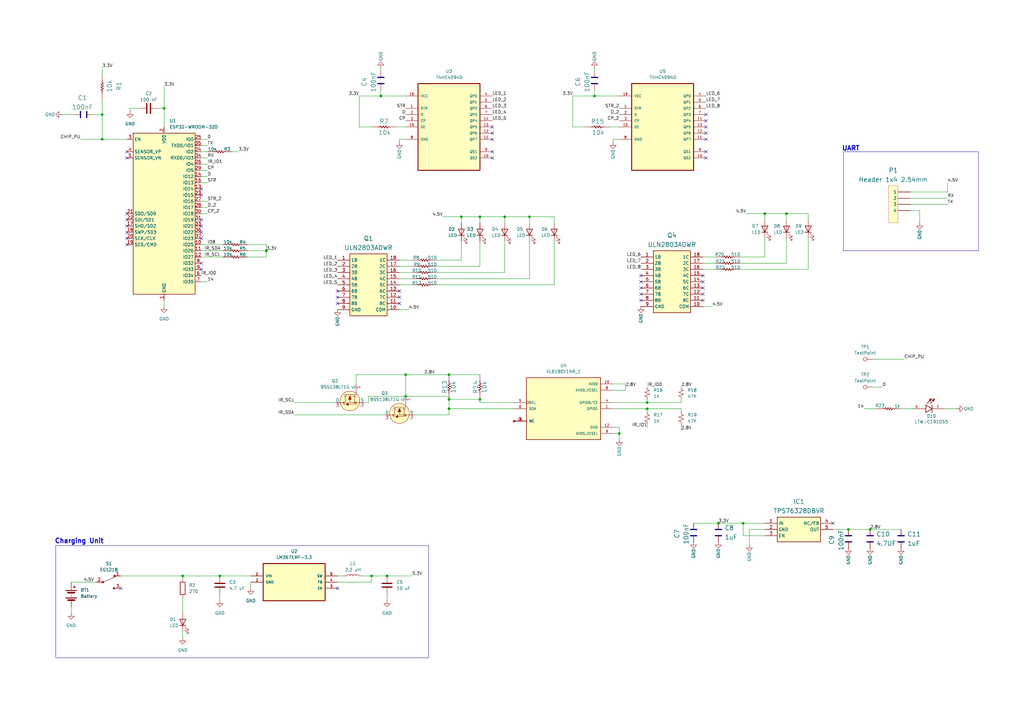
<source format=kicad_sch>
(kicad_sch (version 20231120) (generator "eeschema") (generator_version "8.0")
  (paper "A3")
  (junction (at 207.01 88.9))
  (junction (at 184.15 153.67))
  (junction (at 196.85 163.83))
  (junction (at 322.58 87.63))
  (junction (at 304.8 214.63))
  (junction (at 265.43 167.64))
  (junction (at 347.98 217.17))
  (junction (at 184.15 163.83))
  (junction (at 265.43 165.1))
  (junction (at 166.37 153.67))
  (junction (at 313.69 87.63))
  (junction (at 189.23 88.9))
  (junction (at 254 177.8))
  (junction (at 90.17 236.22))
  (junction (at 156.21 39.37))
  (junction (at 196.85 88.9))
  (junction (at 67.31 44.45))
  (junction (at 356.87 217.17))
  (junction (at 109.22 102.87))
  (junction (at 243.84 39.37))
  (junction (at 152.4 236.22))
  (junction (at 184.15 167.64))
  (junction (at 41.91 57.15))
  (junction (at 74.93 236.22))
  (junction (at 41.91 46.99))
  (junction (at 294.64 214.63))
  (junction (at 217.17 88.9))
  (junction (at 158.75 236.22))
  (junction (at 166.37 162.56))
  (no_connect (at 163.83 124.46))
  (no_connect (at 201.93 54.61))
  (no_connect (at 289.56 46.99))
  (no_connect (at 138.43 121.92))
  (no_connect (at 289.56 64.77))
  (no_connect (at 288.29 115.57))
  (no_connect (at 262.89 123.19))
  (no_connect (at 341.63 214.63))
  (no_connect (at 49.53 241.3))
  (no_connect (at 201.93 64.77))
  (no_connect (at 289.56 57.15))
  (no_connect (at 163.83 119.38))
  (no_connect (at 289.56 54.61))
  (no_connect (at 201.93 52.07))
  (no_connect (at 201.93 62.23))
  (no_connect (at 82.55 77.47))
  (no_connect (at 82.55 95.25))
  (no_connect (at 288.29 123.19))
  (no_connect (at 82.55 107.95))
  (no_connect (at 52.07 62.23))
  (no_connect (at 262.89 115.57))
  (no_connect (at 82.55 80.01))
  (no_connect (at 138.43 241.3))
  (no_connect (at 52.07 95.25))
  (no_connect (at 82.55 90.17))
  (no_connect (at 289.56 62.23))
  (no_connect (at 262.89 113.03))
  (no_connect (at 262.89 120.65))
  (no_connect (at 288.29 120.65))
  (no_connect (at 52.07 92.71))
  (no_connect (at 138.43 119.38))
  (no_connect (at 288.29 118.11))
  (no_connect (at 163.83 121.92))
  (no_connect (at 138.43 124.46))
  (no_connect (at 289.56 52.07))
  (no_connect (at 82.55 110.49))
  (no_connect (at 52.07 90.17))
  (no_connect (at 82.55 97.79))
  (no_connect (at 52.07 64.77))
  (no_connect (at 52.07 100.33))
  (no_connect (at 201.93 57.15))
  (no_connect (at 82.55 92.71))
  (no_connect (at 288.29 113.03))
  (no_connect (at 52.07 97.79))
  (no_connect (at 262.89 118.11))
  (no_connect (at 52.07 87.63))
  (no_connect (at 289.56 49.53))
  (wire (pts (xy 313.69 87.63) (xy 313.69 90.17)))
  (wire (pts (xy 147.32 39.37) (xy 156.21 39.37)))
  (wire (pts (xy 196.85 88.9) (xy 196.85 91.44)))
  (wire (pts (xy 288.29 105.41) (xy 293.37 105.41)))
  (wire (pts (xy 82.55 64.77) (xy 85.09 64.77)))
  (wire (pts (xy 217.17 99.06) (xy 217.17 114.3)))
  (wire (pts (xy 163.83 57.15) (xy 163.83 58.42)))
  (wire (pts (xy 163.83 109.22) (xy 168.91 109.22)))
  (wire (pts (xy 388.62 78.74) (xy 373.38 78.74)))
  (wire (pts (xy 85.09 72.39) (xy 82.55 72.39)))
  (wire (pts (xy 284.48 214.63) (xy 294.64 214.63)))
  (wire (pts (xy 388.62 74.93) (xy 388.62 78.74)))
  (wire (pts (xy 251.46 177.8) (xy 254 177.8)))
  (wire (pts (xy 120.65 165.1) (xy 137.16 165.1)))
  (wire (pts (xy 146.05 157.48) (xy 146.05 153.67)))
  (wire (pts (xy 243.84 27.94) (xy 243.84 29.21)))
  (wire (pts (xy 163.83 106.68) (xy 168.91 106.68)))
  (wire (pts (xy 57.15 44.45) (xy 53.34 44.45)))
  (wire (pts (xy 152.4 236.22) (xy 152.4 238.76)))
  (wire (pts (xy 207.01 88.9) (xy 217.17 88.9)))
  (wire (pts (xy 265.43 165.1) (xy 279.4 165.1)))
  (wire (pts (xy 288.29 110.49) (xy 293.37 110.49)))
  (wire (pts (xy 82.55 102.87) (xy 91.44 102.87)))
  (wire (pts (xy 181.61 88.9) (xy 189.23 88.9)))
  (wire (pts (xy 358.14 158.75) (xy 361.95 158.75)))
  (wire (pts (xy 196.85 109.22) (xy 179.07 109.22)))
  (wire (pts (xy 101.6 105.41) (xy 109.22 105.41)))
  (wire (pts (xy 163.83 116.84) (xy 168.91 116.84)))
  (wire (pts (xy 166.37 162.56) (xy 166.37 153.67)))
  (wire (pts (xy 166.37 162.56) (xy 184.15 162.56)))
  (wire (pts (xy 82.55 85.09) (xy 85.09 85.09)))
  (wire (pts (xy 90.17 243.84) (xy 90.17 246.38)))
  (wire (pts (xy 373.38 86.36) (xy 377.19 86.36)))
  (wire (pts (xy 102.87 241.3) (xy 102.87 238.76)))
  (wire (pts (xy 243.84 36.83) (xy 243.84 39.37)))
  (wire (pts (xy 29.21 238.76) (xy 39.37 238.76)))
  (wire (pts (xy 95.25 62.23) (xy 97.79 62.23)))
  (wire (pts (xy 74.93 245.11) (xy 74.93 251.46)))
  (wire (pts (xy 243.84 39.37) (xy 254 39.37)))
  (wire (pts (xy 184.15 163.83) (xy 184.15 167.64)))
  (wire (pts (xy 189.23 99.06) (xy 189.23 106.68)))
  (wire (pts (xy 196.85 88.9) (xy 207.01 88.9)))
  (wire (pts (xy 170.18 170.18) (xy 184.15 170.18)))
  (wire (pts (xy 265.43 163.83) (xy 265.43 165.1)))
  (wire (pts (xy 251.46 165.1) (xy 265.43 165.1)))
  (wire (pts (xy 163.83 114.3) (xy 168.91 114.3)))
  (wire (pts (xy 152.4 52.07) (xy 147.32 52.07)))
  (wire (pts (xy 33.02 57.15) (xy 41.91 57.15)))
  (wire (pts (xy 184.15 167.64) (xy 210.82 167.64)))
  (wire (pts (xy 158.75 243.84) (xy 158.75 246.38)))
  (wire (pts (xy 41.91 57.15) (xy 52.07 57.15)))
  (wire (pts (xy 101.6 100.33) (xy 109.22 100.33)))
  (wire (pts (xy 85.09 115.57) (xy 82.55 115.57)))
  (wire (pts (xy 227.33 99.06) (xy 227.33 116.84)))
  (wire (pts (xy 358.14 147.32) (xy 370.84 147.32)))
  (wire (pts (xy 146.05 153.67) (xy 166.37 153.67)))
  (wire (pts (xy 82.55 74.93) (xy 85.09 74.93)))
  (wire (pts (xy 313.69 219.71) (xy 304.8 219.71)))
  (wire (pts (xy 163.83 127) (xy 167.64 127)))
  (wire (pts (xy 189.23 88.9) (xy 196.85 88.9)))
  (wire (pts (xy 356.87 217.17) (xy 369.57 217.17)))
  (wire (pts (xy 265.43 173.99) (xy 265.43 175.26)))
  (wire (pts (xy 322.58 97.79) (xy 322.58 107.95)))
  (wire (pts (xy 74.93 236.22) (xy 74.93 237.49)))
  (wire (pts (xy 254 57.15) (xy 251.46 57.15)))
  (wire (pts (xy 82.55 62.23) (xy 85.09 62.23)))
  (wire (pts (xy 354.33 167.64) (xy 359.41 167.64)))
  (wire (pts (xy 251.46 57.15) (xy 251.46 58.42)))
  (wire (pts (xy 41.91 40.64) (xy 41.91 46.99)))
  (wire (pts (xy 313.69 97.79) (xy 313.69 105.41)))
  (wire (pts (xy 227.33 116.84) (xy 179.07 116.84)))
  (wire (pts (xy 67.31 123.19) (xy 67.31 125.73)))
  (wire (pts (xy 41.91 46.99) (xy 41.91 57.15)))
  (wire (pts (xy 101.6 102.87) (xy 109.22 102.87)))
  (wire (pts (xy 41.91 46.99) (xy 38.1 46.99)))
  (wire (pts (xy 120.65 170.18) (xy 157.48 170.18)))
  (wire (pts (xy 147.32 52.07) (xy 147.32 39.37)))
  (wire (pts (xy 207.01 99.06) (xy 207.01 111.76)))
  (wire (pts (xy 67.31 35.56) (xy 67.31 44.45)))
  (wire (pts (xy 331.47 87.63) (xy 331.47 90.17)))
  (wire (pts (xy 207.01 111.76) (xy 179.07 111.76)))
  (wire (pts (xy 152.4 236.22) (xy 148.59 236.22)))
  (wire (pts (xy 288.29 125.73) (xy 292.1 125.73)))
  (wire (pts (xy 196.85 99.06) (xy 196.85 109.22)))
  (wire (pts (xy 53.34 44.45) (xy 53.34 45.72)))
  (wire (pts (xy 373.38 83.82) (xy 388.62 83.82)))
  (wire (pts (xy 109.22 105.41) (xy 109.22 102.87)))
  (wire (pts (xy 67.31 44.45) (xy 67.31 52.07)))
  (wire (pts (xy 82.55 100.33) (xy 91.44 100.33)))
  (wire (pts (xy 279.4 167.64) (xy 265.43 167.64)))
  (wire (pts (xy 251.46 175.26) (xy 254 175.26)))
  (wire (pts (xy 240.03 52.07) (xy 234.95 52.07)))
  (wire (pts (xy 313.69 217.17) (xy 307.34 217.17)))
  (wire (pts (xy 25.4 46.99) (xy 30.48 46.99)))
  (wire (pts (xy 210.82 165.1) (xy 196.85 165.1)))
  (wire (pts (xy 256.54 160.02) (xy 251.46 160.02)))
  (wire (pts (xy 151.13 162.56) (xy 166.37 162.56)))
  (wire (pts (xy 279.4 163.83) (xy 279.4 165.1)))
  (wire (pts (xy 207.01 91.44) (xy 207.01 88.9)))
  (wire (pts (xy 74.93 236.22) (xy 90.17 236.22)))
  (wire (pts (xy 254 177.8) (xy 254 180.34)))
  (wire (pts (xy 184.15 163.83) (xy 196.85 163.83)))
  (wire (pts (xy 227.33 88.9) (xy 227.33 91.44)))
  (wire (pts (xy 369.57 167.64) (xy 374.65 167.64)))
  (wire (pts (xy 217.17 88.9) (xy 217.17 91.44)))
  (wire (pts (xy 234.95 52.07) (xy 234.95 39.37)))
  (wire (pts (xy 234.95 39.37) (xy 243.84 39.37)))
  (wire (pts (xy 217.17 114.3) (xy 179.07 114.3)))
  (wire (pts (xy 156.21 36.83) (xy 156.21 39.37)))
  (wire (pts (xy 41.91 27.94) (xy 41.91 30.48)))
  (wire (pts (xy 82.55 69.85) (xy 85.09 69.85)))
  (wire (pts (xy 82.55 67.31) (xy 85.09 67.31)))
  (wire (pts (xy 151.13 165.1) (xy 151.13 162.56)))
  (wire (pts (xy 251.46 157.48) (xy 256.54 157.48)))
  (wire (pts (xy 373.38 81.28) (xy 388.62 81.28)))
  (wire (pts (xy 377.19 86.36) (xy 377.19 91.44)))
  (wire (pts (xy 387.35 167.64) (xy 392.43 167.64)))
  (wire (pts (xy 331.47 110.49) (xy 303.53 110.49)))
  (wire (pts (xy 158.75 236.22) (xy 168.91 236.22)))
  (wire (pts (xy 156.21 39.37) (xy 166.37 39.37)))
  (wire (pts (xy 288.29 107.95) (xy 293.37 107.95)))
  (wire (pts (xy 82.55 59.69) (xy 85.09 59.69)))
  (wire (pts (xy 49.53 236.22) (xy 74.93 236.22)))
  (wire (pts (xy 279.4 173.99) (xy 279.4 176.53)))
  (wire (pts (xy 331.47 97.79) (xy 331.47 110.49)))
  (wire (pts (xy 64.77 44.45) (xy 67.31 44.45)))
  (wire (pts (xy 74.93 259.08) (xy 74.93 261.62)))
  (wire (pts (xy 166.37 57.15) (xy 163.83 57.15)))
  (wire (pts (xy 313.69 105.41) (xy 303.53 105.41)))
  (wire (pts (xy 109.22 100.33) (xy 109.22 102.87)))
  (wire (pts (xy 250.19 52.07) (xy 254 52.07)))
  (wire (pts (xy 184.15 162.56) (xy 184.15 163.83)))
  (wire (pts (xy 29.21 248.92) (xy 29.21 251.46)))
  (wire (pts (xy 90.17 236.22) (xy 102.87 236.22)))
  (wire (pts (xy 163.83 111.76) (xy 168.91 111.76)))
  (wire (pts (xy 322.58 107.95) (xy 303.53 107.95)))
  (wire (pts (xy 294.64 214.63) (xy 304.8 214.63)))
  (wire (pts (xy 256.54 157.48) (xy 256.54 160.02)))
  (wire (pts (xy 162.56 52.07) (xy 166.37 52.07)))
  (wire (pts (xy 265.43 167.64) (xy 265.43 168.91)))
  (wire (pts (xy 149.86 165.1) (xy 151.13 165.1)))
  (wire (pts (xy 138.43 236.22) (xy 140.97 236.22)))
  (wire (pts (xy 196.85 165.1) (xy 196.85 163.83)))
  (wire (pts (xy 304.8 214.63) (xy 313.69 214.63)))
  (wire (pts (xy 322.58 87.63) (xy 331.47 87.63)))
  (wire (pts (xy 156.21 27.94) (xy 156.21 29.21)))
  (wire (pts (xy 189.23 88.9) (xy 189.23 91.44)))
  (wire (pts (xy 322.58 87.63) (xy 322.58 90.17)))
  (wire (pts (xy 184.15 170.18) (xy 184.15 167.64)))
  (wire (pts (xy 166.37 153.67) (xy 184.15 153.67)))
  (wire (pts (xy 152.4 236.22) (xy 158.75 236.22)))
  (wire (pts (xy 347.98 217.17) (xy 356.87 217.17)))
  (wire (pts (xy 82.55 105.41) (xy 91.44 105.41)))
  (wire (pts (xy 82.55 87.63) (xy 85.09 87.63)))
  (wire (pts (xy 313.69 87.63) (xy 322.58 87.63)))
  (wire (pts (xy 189.23 106.68) (xy 179.07 106.68)))
  (wire (pts (xy 307.34 217.17) (xy 307.34 223.52)))
  (wire (pts (xy 304.8 219.71) (xy 304.8 214.63)))
  (wire (pts (xy 254 175.26) (xy 254 177.8)))
  (wire (pts (xy 217.17 88.9) (xy 227.33 88.9)))
  (wire (pts (xy 341.63 217.17) (xy 347.98 217.17)))
  (wire (pts (xy 82.55 82.55) (xy 85.09 82.55)))
  (wire (pts (xy 152.4 238.76) (xy 138.43 238.76)))
  (wire (pts (xy 251.46 167.64) (xy 265.43 167.64)))
  (wire (pts (xy 279.4 168.91) (xy 279.4 167.64)))
  (wire (pts (xy 82.55 57.15) (xy 85.09 57.15)))
  (wire (pts (xy 184.15 153.67) (xy 196.85 153.67)))
  (wire (pts (xy 306.07 87.63) (xy 313.69 87.63)))
  (rectangle (start 345.948 62.23) (end 401.32 102.87))
  (rectangle (start 22.86 223.774) (end 175.768 269.748))
  (text "Charging Unit" (at 32.512 221.996 0) (effects (font (size 1.905 1.905) (thickness 0.381) (bold yes))))
  (text "UART" (at 348.996 60.96 0) (effects (font (size 1.905 1.905) (bold yes))))
  (label "CP" (at 85.09 69.85 0))
  (label "STR_2" (at 85.09 82.55 0))
  (label "IR_SCL" (at 83.82 105.41 0))
  (label "LED_5" (at 138.43 116.84 180))
  (label "3.3V" (at 41.91 27.94 0))
  (label "STR" (at 166.37 44.45 180))
  (label "2.8V" (at 173.99 153.67 0))
  (label "3.3V" (at 67.31 35.56 0))
  (label "3.3V" (at 147.32 39.37 180))
  (label "4.5V" (at 181.61 88.9 180))
  (label "IR_SDA" (at 83.82 102.87 0))
  (label "LED_1" (at 201.93 39.37 0))
  (label "3.3V" (at 109.22 102.87 0))
  (label "4.5V" (at 306.07 87.63 180))
  (label "CHIP_PU" (at 370.84 147.32 0))
  (label "STR" (at 85.09 74.93 0))
  (label "3.3V" (at 97.79 62.23 0))
  (label "IR_SCL" (at 120.65 165.1 180))
  (label "14" (at 85.09 115.57 0))
  (label "LED_3" (at 201.93 44.45 0))
  (label "CHIP_PU" (at 33.02 57.15 180))
  (label "TX" (at 388.62 83.82 0))
  (label "IR_IO1" (at 265.43 175.26 180))
  (label "3.3V" (at 234.95 39.37 180))
  (label "LED_4" (at 138.43 114.3 180))
  (label "4.5V" (at 388.62 74.93 0))
  (label "D" (at 85.09 72.39 0))
  (label "D_2" (at 85.09 85.09 0))
  (label "LED_4" (at 201.93 46.99 0))
  (label "2.8V" (at 279.4 176.53 0))
  (label "3.3V" (at 168.91 236.22 0))
  (label "IR_IO1" (at 85.09 67.31 0))
  (label "14" (at 354.33 167.64 180))
  (label "IO8" (at 85.09 100.33 0))
  (label "TX" (at 85.09 59.69 0))
  (label "LED_1" (at 138.43 106.68 180))
  (label "LED_7" (at 262.89 107.95 180))
  (label "LED_7" (at 289.56 41.91 0))
  (label "IR_SDA" (at 120.65 170.18 180))
  (label "4.5V" (at 167.64 127 0))
  (label "4.5V" (at 34.29 238.76 0))
  (label "IR_IO0" (at 265.43 158.75 0))
  (label "CP" (at 166.37 49.53 180))
  (label "LED_5" (at 201.93 49.53 0))
  (label "IR_IO0" (at 82.55 113.03 0))
  (label "3.3V" (at 294.64 214.63 0))
  (label "LED_8" (at 289.56 44.45 0))
  (label "RX" (at 85.09 64.77 0))
  (label "LED_2" (at 201.93 41.91 0))
  (label "2.8V" (at 279.4 158.75 0))
  (label "2.8V" (at 256.54 158.75 0))
  (label "D" (at 166.37 46.99 180))
  (label "2.8V" (at 356.87 217.17 0))
  (label "CP_2" (at 85.09 87.63 0))
  (label "LED_6" (at 262.89 105.41 180))
  (label "STR_2" (at 254 44.45 180))
  (label "LED_3" (at 138.43 111.76 180))
  (label "LED_6" (at 289.56 39.37 0))
  (label "CP_2" (at 254 49.53 180))
  (label "0" (at 361.95 158.75 0))
  (label "LED_8" (at 262.89 110.49 180))
  (label "RX" (at 388.62 81.28 0))
  (label "D_2" (at 254 46.99 180))
  (label "LED_2" (at 138.43 109.22 180))
  (label "0" (at 85.09 57.15 0))
  (label "4.5V" (at 292.1 125.73 0))
  (symbol (lib_id "Work_Symbols_CPTCircle:R 10k 0603 %5") (at 196.85 158.75 90) (unit 1)
    (property "Reference" "R14" (at 195.072 158.75 0) (effects (font (size 1.8288 1.8288))))
    (property "Value" "10k" (at 198.628 158.75 0) (effects (font (size 1.8288 1.8288))))
    (property "Footprint" "Resistor_SMD:R_0603_1608Metric" (effects (hide yes)))
    (property "Description" "RES 10.0K OHM 1/8W %5 0603 SMD" (effects (hide yes)))
    (property "CODE_MAN" "RMCF0603FT10K0" (effects (hide yes)))
  )
  (symbol (lib_id "power:GND") (at 158.75 246.38 0) (unit 1)
    (property "Reference" "#PWR010" (effects (hide yes)))
    (property "Value" "GND" (at 158.75 251.46 0))
    (property "Description" "Power symbol creates a global label with name \"GND\" , ground" (effects (hide yes)))
  )
  (symbol (lib_id "LM3671MF-3.3:LM3671MF-3.3") (at 120.65 236.22 0) (unit 1)
    (property "Reference" "U2" (at 120.65 226.06 0))
    (property "Value" "LM3671MF-3.3" (at 120.65 228.6 0))
    (property "Footprint" "LM3671MF-3.3:SOT95P284X122-5N" (effects (hide yes)))
    (property "MF" "Texas Instruments" (effects (hide yes)))
    (property "Description_1" "\n2MHz, 600mA Step-Down DC-DC Converter\n" (effects (hide yes)))
    (property "PACKAGE" "5-SOT-23" (effects (hide yes)))
    (property "MPN" "LM3671MF-3.3" (effects (hide yes)))
    (property "Price" "None" (effects (hide yes)))
    (property "Package" "SOT-23 Texas Instruments" (effects (hide yes)))
    (property "OC_FARNELL" "1685767" (effects (hide yes)))
    (property "SnapEDA_Link" "https://www.snapeda.com/parts/LM3671MF-3.3/Texas+Instruments/view-part/?ref=snap" (effects (hide yes)))
    (property "MP" "LM3671MF-3.3" (effects (hide yes)))
    (property "Purchase-URL" "https://www.snapeda.com/api/url_track_click_mouser/?unipart_id=26296&manufacturer=Texas Instruments&part_name=LM3671MF-3.3&search_term=lm3671" (effects (hide yes)))
    (property "SUPPLIER" "NationalSemiconductor" (effects (hide yes)))
    (property "OC_NEWARK" "79K7838" (effects (hide yes)))
    (property "Availability" "In Stock" (effects (hide yes)))
    (property "Check_prices" "https://www.snapeda.com/parts/LM3671MF-3.3/Texas+Instruments/view-part/?ref=eda" (effects (hide yes)))
  )
  (symbol (lib_id "Work_Symbols_Fotocell:c_100nF_0603_50V") (at 243.84 31.75 90) (unit 1)
    (property "Reference" "C6" (at 236.982 33.528 0) (effects (font (size 1.8288 1.8288))))
    (property "Value" "100nF" (at 240.792 33.528 0) (effects (font (size 1.8288 1.8288))))
    (property "Footprint" "Capacitor_SMD:C_0603_1608Metric" (effects (hide yes)))
    (property "Description" "CAP CER 100nF 50V 10% X7R 0603" (effects (hide yes)))
    (property "CODE_MAN" "CL10B104KB8NNND" (effects (hide yes)))
  )
  (symbol (lib_id "power:GND") (at 29.21 251.46 0) (unit 1)
    (property "Reference" "#PWR02" (effects (hide yes)))
    (property "Value" "GND" (at 29.21 256.54 0))
    (property "Description" "Power symbol creates a global label with name \"GND\" , ground" (effects (hide yes)))
  )
  (symbol (lib_id "power:GND") (at 102.87 241.3 0) (unit 1)
    (property "Reference" "#PWR07" (effects (hide yes)))
    (property "Value" "GND" (at 102.87 246.38 0))
    (property "Description" "Power symbol creates a global label with name \"GND\" , ground" (effects (hide yes)))
  )
  (symbol (lib_id "Device:LED") (at 322.58 93.98 90) (unit 1)
    (property "Reference" "D8" (at 317.246 92.71 90) (effects (justify right)))
    (property "Value" "LED" (at 317.246 95.25 90) (effects (justify right)))
    (property "Footprint" "LED_THT:LED_D3.0mm" (effects (hide yes)))
    (property "Description" "Light emitting diode" (effects (hide yes)))
  )
  (symbol (lib_id "power:GND") (at 294.64 222.25 0) (unit 1)
    (property "Reference" "#PWR017" (effects (hide yes)))
    (property "Value" "GND" (at 294.64 225.044 90) (effects (justify right)))
    (property "Description" "Power symbol creates a global label with name \"GND\" , ground" (effects (hide yes)))
  )
  (symbol (lib_id "Work_Symbols_Fotocell:R 510 0603 %5") (at 298.45 105.41 0) (unit 1)
    (property "Reference" "R20" (at 295.148 104.394 0))
    (property "Value" "510" (at 301.752 104.394 0))
    (property "Footprint" "Resistor_SMD:R_0603_1608Metric" (effects (hide yes)))
    (property "Description" "RES 510 OHM 1/8W %5 0603 SMD" (effects (hide yes)))
    (property "CODE_MAN" "ESR03EZPJ511" (effects (hide yes)))
  )
  (symbol (lib_id "power:GND") (at 243.84 27.94 180) (unit 1)
    (property "Reference" "#PWR012" (effects (hide yes)))
    (property "Value" "GND" (at 243.84 25.146 90) (effects (justify right)))
    (property "Description" "Power symbol creates a global label with name \"GND\" , ground" (effects (hide yes)))
  )
  (symbol (lib_id "Device:R_Small_US") (at 279.4 171.45 180) (unit 1)
    (property "Reference" "R19" (at 281.94 170.1799 0) (effects (justify right)))
    (property "Value" "47K" (at 281.94 172.7199 0) (effects (justify right)))
    (property "Footprint" "Resistor_SMD:R_0603_1608Metric" (effects (hide yes)))
    (property "Description" "Resistor, small US symbol" (effects (hide yes)))
  )
  (symbol (lib_id "power:GND") (at 262.89 125.73 0) (unit 1)
    (property "Reference" "#PWR015" (effects (hide yes)))
    (property "Value" "GND" (at 262.89 128.524 90) (effects (justify right)))
    (property "Description" "Power symbol creates a global label with name \"GND\" , ground" (effects (hide yes)))
  )
  (symbol (lib_id "Work_Symbols_Fotocell:ULN2803ADWR") (at 138.43 106.68 0) (unit 1)
    (property "Reference" "Q1" (at 151.13 97.79 0) (effects (font (size 1.8288 1.8288))))
    (property "Value" "ULN2803ADWR" (at 151.13 101.6 0) (effects (font (size 1.8288 1.8288))))
    (property "Footprint" "Package_SO:SOIC-18W_7.5x11.6mm_P1.27mm" (effects (hide yes)))
    (property "Description" "Transistor" (effects (hide yes)))
    (property "Datasheet Link" "http://www.ti.com/lit/gpn/uln2803a" (effects (hide yes)))
    (property "Height" "2.65mm" (effects (hide yes)))
    (property "Manufacturer_Name" "Texas Instruments" (effects (hide yes)))
    (property "Manufacturer_Part_Number" "ULN2803ADWR" (effects (hide yes)))
    (property "CODE_MAN" "ULN2803ADWR" (effects (hide yes)))
    (property "CODE_MAN_OZ" "ULN2803G-S18-R" (effects (hide yes)))
  )
  (symbol (lib_id "power:GND") (at 254 180.34 0) (unit 1)
    (property "Reference" "#PWR014" (effects (hide yes)))
    (property "Value" "GND" (at 254 183.134 90) (effects (justify right)))
    (property "Description" "Power symbol creates a global label with name \"GND\" , ground" (effects (hide yes)))
  )
  (symbol (lib_id "Work_Symbols_CPTCircle:R 10k 0603 %5") (at 245.11 52.07 0) (unit 1)
    (property "Reference" "R15" (at 245.11 49.784 0) (effects (font (size 1.8288 1.8288))))
    (property "Value" "10k" (at 245.364 54.356 0) (effects (font (size 1.8288 1.8288))))
    (property "Footprint" "Resistor_SMD:R_0603_1608Metric" (effects (hide yes)))
    (property "Description" "RES 10.0K OHM 1/8W %5 0603 SMD" (effects (hide yes)))
    (property "CODE_MAN" "RMCF0603FT10K0" (effects (hide yes)))
  )
  (symbol (lib_id "Work_Symbols_CPTCircle:R 10k 0603 %5") (at 96.52 100.33 0) (unit 1)
    (property "Reference" "R4" (at 99.568 99.314 0))
    (property "Value" "10k" (at 93.472 99.314 0))
    (property "Footprint" "Resistor_SMD:R_0603_1608Metric" (effects (hide yes)))
    (property "Description" "RES 10.0K OHM 1/8W %5 0603 SMD" (effects (hide yes)))
    (property "CODE_MAN" "RMCF0603FT10K0" (effects (hide yes)))
  )
  (symbol (lib_id "Work_Symbols_Fotocell:R 510 0603 %5") (at 298.45 110.49 0) (unit 1)
    (property "Reference" "R22" (at 295.402 109.728 0))
    (property "Value" "510" (at 301.752 109.728 0))
    (property "Footprint" "Resistor_SMD:R_0603_1608Metric" (effects (hide yes)))
    (property "Description" "RES 510 OHM 1/8W %5 0603 SMD" (effects (hide yes)))
    (property "CODE_MAN" "ESR03EZPJ511" (effects (hide yes)))
  )
  (symbol (lib_id "power:GND") (at 356.87 224.79 0) (unit 1)
    (property "Reference" "#PWR020" (effects (hide yes)))
    (property "Value" "GND" (at 356.87 227.584 90) (effects (justify right)))
    (property "Description" "Power symbol creates a global label with name \"GND\" , ground" (effects (hide yes)))
  )
  (symbol (lib_id "Device:LED") (at 196.85 95.25 90) (unit 1)
    (property "Reference" "D3" (at 191.516 93.98 90) (effects (justify right)))
    (property "Value" "LED" (at 191.516 96.52 90) (effects (justify right)))
    (property "Footprint" "LED_THT:LED_D3.0mm" (effects (hide yes)))
    (property "Description" "Light emitting diode" (effects (hide yes)))
  )
  (symbol (lib_id "LTW-C191DS5:LTW-C191DS5") (at 382.27 167.64 0) (unit 1)
    (property "Reference" "D10" (at 382.016 170.688 0))
    (property "Value" "LTW-C191DS5" (at 382.016 172.974 0))
    (property "Footprint" "LTW-C191DS5:LEDC1608X65N" (effects (hide yes)))
  )
  (symbol (lib_id "Device:C") (at 90.17 240.03 0) (unit 1)
    (property "Reference" "C3" (at 93.98 238.7599 0) (effects (justify left)))
    (property "Value" "4.7 uF" (at 93.98 241.2999 0) (effects (justify left)))
    (property "Footprint" "Capacitor_SMD:C_0603_1608Metric" (effects (hide yes)))
    (property "Description" "Unpolarized capacitor" (effects (hide yes)))
  )
  (symbol (lib_id "Device:LED") (at 217.17 95.25 90) (unit 1)
    (property "Reference" "D5" (at 211.836 93.98 90) (effects (justify right)))
    (property "Value" "LED" (at 211.836 96.52 90) (effects (justify right)))
    (property "Footprint" "LED_THT:LED_D3.0mm" (effects (hide yes)))
    (property "Description" "Light emitting diode" (effects (hide yes)))
  )
  (symbol (lib_id "power:GND") (at 74.93 261.62 0) (unit 1)
    (property "Reference" "#PWR05" (effects (hide yes)))
    (property "Value" "GND" (at 74.93 266.7 0))
    (property "Description" "Power symbol creates a global label with name \"GND\" , ground" (effects (hide yes)))
  )
  (symbol (lib_id "power:GND") (at 138.43 127 0) (unit 1)
    (property "Reference" "#PWR08" (effects (hide yes)))
    (property "Value" "GND" (at 138.43 129.794 90) (effects (justify right)))
    (property "Description" "Power symbol creates a global label with name \"GND\" , ground" (effects (hide yes)))
  )
  (symbol (lib_id "power:GND") (at 392.43 167.64 90) (unit 1)
    (property "Reference" "#PWR023" (effects (hide yes)))
    (property "Value" "GND" (at 395.224 167.64 90) (effects (justify right)))
    (property "Description" "Power symbol creates a global label with name \"GND\" , ground" (effects (hide yes)))
  )
  (symbol (lib_id "Work_Symbols_CPTCircle:R 10k 0603 %5") (at 157.48 52.07 0) (unit 1)
    (property "Reference" "R7" (at 157.48 49.784 0) (effects (font (size 1.8288 1.8288))))
    (property "Value" "10k" (at 157.734 54.356 0) (effects (font (size 1.8288 1.8288))))
    (property "Footprint" "Resistor_SMD:R_0603_1608Metric" (effects (hide yes)))
    (property "Description" "RES 10.0K OHM 1/8W %5 0603 SMD" (effects (hide yes)))
    (property "CODE_MAN" "RMCF0603FT10K0" (effects (hide yes)))
  )
  (symbol (lib_id "Work_Symbols_Fotocell:R 1k 0603 %5") (at 364.49 167.64 0) (unit 1)
    (property "Reference" "R23" (at 360.934 166.37 0))
    (property "Value" "1k" (at 368.046 166.624 0))
    (property "Footprint" "Resistor_SMD:R_0603_1608Metric" (effects (hide yes)))
    (property "Description" "RES 1k OHM 1/8W %5 0603 SMD" (effects (hide yes)))
    (property "CODE_MAN" "RMCF0603JJ1K00" (effects (hide yes)))
  )
  (symbol (lib_id "power:GND") (at 307.34 223.52 0) (unit 1)
    (property "Reference" "#PWR018" (effects (hide yes)))
    (property "Value" "GND" (at 307.34 226.314 90) (effects (justify right)))
    (property "Description" "Power symbol creates a global label with name \"GND\" , ground" (effects (hide yes)))
  )
  (symbol (lib_id "power:GND") (at 156.21 27.94 180) (unit 1)
    (property "Reference" "#PWR09" (effects (hide yes)))
    (property "Value" "GND" (at 156.21 25.146 90) (effects (justify right)))
    (property "Description" "Power symbol creates a global label with name \"GND\" , ground" (effects (hide yes)))
  )
  (symbol (lib_id "Device:LED") (at 189.23 95.25 90) (unit 1)
    (property "Reference" "D2" (at 183.896 93.98 90) (effects (justify right)))
    (property "Value" "LED" (at 183.896 96.52 90) (effects (justify right)))
    (property "Footprint" "LED_THT:LED_D3.0mm" (effects (hide yes)))
    (property "Description" "Light emitting diode" (effects (hide yes)))
  )
  (symbol (lib_id "power:GND") (at 251.46 58.42 0) (unit 1)
    (property "Reference" "#PWR013" (effects (hide yes)))
    (property "Value" "GND" (at 251.46 61.214 90) (effects (justify right)))
    (property "Description" "Power symbol creates a global label with name \"GND\" , ground" (effects (hide yes)))
  )
  (symbol (lib_id "74HC4094D:74HC4094D") (at 271.78 49.53 0) (unit 1)
    (property "Reference" "U5" (at 271.78 29.21 0))
    (property "Value" "74HC4094D" (at 271.78 31.75 0))
    (property "Footprint" "74HC4094D:SOIC127P600X175-16N" (effects (hide yes)))
    (property "MF" "NXP Semiconductors" (effects (hide yes)))
    (property "Description_1" "\nShift Shift Register 1 Element 8 Bit 16-SSOP\n" (effects (hide yes)))
    (property "PACKAGE" "SOIC-16" (effects (hide yes)))
    (property "MPN" "74HC4094D" (effects (hide yes)))
    (property "Price" "None" (effects (hide yes)))
    (property "Package" "SOIC-16 NXP Semiconductors" (effects (hide yes)))
    (property "OC_FARNELL" "1201331" (effects (hide yes)))
    (property "SnapEDA_Link" "https://www.snapeda.com/parts/74HC4094D/NXP+Semiconductors/view-part/?ref=snap" (effects (hide yes)))
    (property "MP" "74HC4094D" (effects (hide yes)))
    (property "SUPPLIER" "NXP" (effects (hide yes)))
    (property "OC_NEWARK" "26M7767" (effects (hide yes)))
    (property "Availability" "In Stock" (effects (hide yes)))
    (property "Check_prices" "https://www.snapeda.com/parts/74HC4094D/NXP+Semiconductors/view-part/?ref=eda" (effects (hide yes)))
  )
  (symbol (lib_id "dk_Slide-Switches:EG1218") (at 44.45 238.76 0) (unit 1)
    (property "Reference" "S1" (at 44.6532 231.14 0))
    (property "Value" "EG1218" (at 44.6532 233.68 0))
    (property "Footprint" "digikey-footprints:Switch_Slide_11.6x4mm_EG1218" (effects (hide yes)))
    (property "Datasheet" "http://spec_sheets.e-switch.com/specs/P040040.pdf" (effects (hide yes)))
    (property "Description" "SWITCH SLIDE SPDT 200MA 30V" (effects (hide yes)))
    (property "Digi-Key_PN" "EG1903-ND" (effects (hide yes)))
    (property "MPN" "EG1218" (effects (hide yes)))
    (property "Category" "Switches" (effects (hide yes)))
    (property "Family" "Slide Switches" (effects (hide yes)))
    (property "DK_Datasheet_Link" "http://spec_sheets.e-switch.com/specs/P040040.pdf" (effects (hide yes)))
    (property "DK_Detail_Page" "/product-detail/en/e-switch/EG1218/EG1903-ND/101726" (effects (hide yes)))
    (property "Description_1" "SWITCH SLIDE SPDT 200MA 30V" (effects (hide yes)))
    (property "Manufacturer" "E-Switch" (effects (hide yes)))
    (property "Status" "Active" (effects (hide yes)))
  )
  (symbol (lib_id "RF_Module:ESP32-WROOM-32D") (at 67.31 87.63 0) (unit 1)
    (property "Reference" "U1" (at 69.5041 49.53 0) (effects (justify left)))
    (property "Value" "ESP32-WROOM-32D" (at 69.5041 52.07 0) (effects (justify left)))
    (property "Footprint" "RF_Module:ESP32-WROOM-32D" (effects (hide yes)))
    (property "Datasheet" "https://www.espressif.com/sites/default/files/documentation/esp32-wroom-32d_esp32-wroom-32u_datasheet_en.pdf" (effects (hide yes)))
    (property "Description" "RF Module, ESP32-D0WD SoC, Wi-Fi 802.11b/g/n, Bluetooth, BLE, 32-bit, 2.7-3.6V, onboard antenna, SMD" (effects (hide yes)))
  )
  (symbol (lib_id "power:GND") (at 53.34 45.72 0) (unit 1)
    (property "Reference" "#PWR03" (effects (hide yes)))
    (property "Value" "GND" (at 53.34 50.8 0))
    (property "Description" "Power symbol creates a global label with name \"GND\" , ground" (effects (hide yes)))
  )
  (symbol (lib_id "Work_Symbols_Fotocell:c_1uF_0603_50V") (at 369.57 219.71 90) (unit 1)
    (property "Reference" "C11" (at 372.11 219.0749 90) (effects (font (size 1.8288 1.8288)) (justify right)))
    (property "Value" "1uF" (at 372.11 222.8849 90) (effects (font (size 1.8288 1.8288)) (justify right)))
    (property "Footprint" "Capacitor_SMD:C_1206_3216Metric" (effects (hide yes)))
    (property "Description" "CAP CER 1uF 50V 10% X5R 0603" (effects (hide yes)))
    (property "CODE_MAN" "C1005X5R1E105M050BC" (effects (hide yes)))
  )
  (symbol (lib_id "VL6180V1NR_1:VL6180V1NR_1") (at 231.14 167.64 0) (unit 1)
    (property "Reference" "U4" (at 231.14 149.86 0))
    (property "Value" "VL6180V1NR_1" (at 231.14 152.4 0))
    (property "Footprint" "VL6180V1NR_1:XDCR_VL6180V1NR_1" (effects (hide yes)))
    (property "MF" "STMicroelectronics" (effects (hide yes)))
    (property "MAXIMUM_PACKAGE_HEIGHT" "1.1 mm" (effects (hide yes)))
    (property "Package" "SMD-12 STMicroelectronics" (effects (hide yes)))
    (property "Price" "None" (effects (hide yes)))
    (property "Check_prices" "https://www.snapeda.com/parts/VL6180V1NR/1/STMicroelectronics/view-part/?ref=eda" (effects (hide yes)))
    (property "STANDARD" "Manufacturer Recommendations" (effects (hide yes)))
    (property "PARTREV" "A" (effects (hide yes)))
    (property "SnapEDA_Link" "https://www.snapeda.com/parts/VL6180V1NR/1/STMicroelectronics/view-part/?ref=snap" (effects (hide yes)))
    (property "MP" "VL6180V1NR/1" (effects (hide yes)))
    (property "Purchase-URL" "https://www.snapeda.com/api/url_track_click_mouser/?unipart_id=3227440&manufacturer=STMicroelectronics&part_name=VL6180V1NR/1&search_term=None" (effects (hide yes)))
    (property "Description_1" "\nOptical Sensor 0 ~ 24.41 (0 ~ 62cm) I2C Output\n" (effects (hide yes)))
    (property "Availability" "In Stock" (effects (hide yes)))
    (property "MANUFACTURER" "STMicroelectronics" (effects (hide yes)))
  )
  (symbol (lib_id "Work_Symbols_Fotocell:c_100nF_0603_50V") (at 156.21 31.75 90) (unit 1)
    (property "Reference" "C4" (at 149.352 33.528 0) (effects (font (size 1.8288 1.8288))))
    (property "Value" "100nF" (at 153.162 33.528 0) (effects (font (size 1.8288 1.8288))))
    (property "Footprint" "Capacitor_SMD:C_0603_1608Metric" (effects (hide yes)))
    (property "Description" "CAP CER 100nF 50V 10% X7R 0603" (effects (hide yes)))
    (property "CODE_MAN" "CL10B104KB8NNND" (effects (hide yes)))
  )
  (symbol (lib_id "power:GND") (at 347.98 224.79 0) (unit 1)
    (property "Reference" "#PWR019" (effects (hide yes)))
    (property "Value" "GND" (at 347.98 227.584 90) (effects (justify right)))
    (property "Description" "Power symbol creates a global label with name \"GND\" , ground" (effects (hide yes)))
  )
  (symbol (lib_id "Device:LED") (at 74.93 255.27 90) (unit 1)
    (property "Reference" "D1" (at 69.596 254 90) (effects (justify right)))
    (property "Value" "LED" (at 69.596 256.54 90) (effects (justify right)))
    (property "Footprint" "LED_THT:LED_D3.0mm" (effects (hide yes)))
    (property "Description" "Light emitting diode" (effects (hide yes)))
  )
  (symbol (lib_id "power:GND") (at 25.4 46.99 270) (unit 1)
    (property "Reference" "#PWR01" (effects (hide yes)))
    (property "Value" "GND" (at 22.606 46.99 90) (effects (justify right)))
    (property "Description" "Power symbol creates a global label with name \"GND\" , ground" (effects (hide yes)))
  )
  (symbol (lib_id "power:GND") (at 163.83 58.42 0) (unit 1)
    (property "Reference" "#PWR011" (effects (hide yes)))
    (property "Value" "GND" (at 163.83 61.214 90) (effects (justify right)))
    (property "Description" "Power symbol creates a global label with name \"GND\" , ground" (effects (hide yes)))
  )
  (symbol (lib_id "Connector:TestPoint") (at 358.14 158.75 90) (unit 1)
    (property "Reference" "TP2" (at 354.838 153.67 90))
    (property "Value" "TestPoint" (at 354.838 156.21 90))
    (property "Footprint" "TestPoint:TestPoint_Pad_D1.5mm" (effects (hide yes)))
    (property "Description" "test point" (effects (hide yes)))
  )
  (symbol (lib_id "Work_Symbols_CPTCircle:R 10k 0603 %5") (at 41.91 35.56 270) (unit 1)
    (property "Reference" "R1" (at 48.768 35.306 0) (effects (font (size 1.8288 1.8288))))
    (property "Value" "10k" (at 44.958 35.306 0) (effects (font (size 1.8288 1.8288))))
    (property "Footprint" "Resistor_SMD:R_0603_1608Metric" (effects (hide yes)))
    (property "Description" "RES 10.0K OHM 1/8W %5 0603 SMD" (effects (hide yes)))
    (property "CODE_MAN" "RMCF0603FT10K0" (effects (hide yes)))
  )
  (symbol (lib_id "Work_Symbols_Fotocell:c_4.7U_0603_50V") (at 356.87 219.71 90) (unit 1)
    (property "Reference" "C10" (at 359.41 219.0749 90) (effects (font (size 1.8288 1.8288)) (justify right)))
    (property "Value" "4.7UF" (at 359.41 222.8849 90) (effects (font (size 1.8288 1.8288)) (justify right)))
    (property "Footprint" "Capacitor_SMD:C_1206_3216Metric" (effects (hide yes)))
    (property "Description" "CAP CER 4.7UF 50V 10% X7R 0603" (effects (hide yes)))
  )
  (symbol (lib_id "Device:R_Small_US") (at 265.43 171.45 180) (unit 1)
    (property "Reference" "R17" (at 267.97 170.1799 0) (effects (justify right)))
    (property "Value" "1K" (at 267.97 172.7199 0) (effects (justify right)))
    (property "Footprint" "Resistor_SMD:R_0603_1608Metric" (effects (hide yes)))
    (property "Description" "Resistor, small US symbol" (effects (hide yes)))
  )
  (symbol (lib_id "Work_Symbols_Fotocell:c_100nF_0603_50V") (at 35.56 46.99 0) (unit 1)
    (property "Reference" "C1" (at 33.782 40.132 0) (effects (font (size 1.8288 1.8288))))
    (property "Value" "100nF" (at 33.782 43.942 0) (effects (font (size 1.8288 1.8288))))
    (property "Footprint" "Capacitor_SMD:C_0603_1608Metric" (effects (hide yes)))
    (property "Description" "CAP CER 100nF 50V 10% X7R 0603" (effects (hide yes)))
    (property "CODE_MAN" "CL10B104KB8NNND" (effects (hide yes)))
  )
  (symbol (lib_id "dk_Transistors-FETs-MOSFETs-Single:BSS138LT1G") (at 163.83 170.18 90) (mirror x) (unit 1)
    (property "Reference" "Q3" (at 157.734 161.29 90))
    (property "Value" "BSS138LT1G" (at 157.734 163.83 90))
    (property "Footprint" "digikey-footprints:SOT-23-3" (effects (hide yes)))
    (property "Datasheet" "http://www.onsemi.com/pub/Collateral/BSS138LT1-D.PDF" (effects (hide yes)))
    (property "Description" "MOSFET N-CH 50V 200MA SOT-23" (effects (hide yes)))
    (property "Digi-Key_PN" "BSS138LT1GOSCT-ND" (effects (hide yes)))
    (property "MPN" "BSS138LT1G" (effects (hide yes)))
    (property "Category" "Discrete Semiconductor Products" (effects (hide yes)))
    (property "Family" "Transistors - FETs, MOSFETs - Single" (effects (hide yes)))
    (property "DK_Datasheet_Link" "http://www.onsemi.com/pub/Collateral/BSS138LT1-D.PDF" (effects (hide yes)))
    (property "DK_Detail_Page" "/product-detail/en/on-semiconductor/BSS138LT1G/BSS138LT1GOSCT-ND/917858" (effects (hide yes)))
    (property "Description_1" "MOSFET N-CH 50V 200MA SOT-23" (effects (hide yes)))
    (property "Manufacturer" "ON Semiconductor" (effects (hide yes)))
    (property "Status" "Active" (effects (hide yes)))
  )
  (symbol (lib_id "Device:L") (at 144.78 236.22 90) (unit 1)
    (property "Reference" "L1" (at 144.78 231.14 90))
    (property "Value" "2.2 uH" (at 144.78 233.68 90))
    (property "Footprint" "Inductor_SMD:L_6.3x6.3_H3" (effects (hide yes)))
    (property "Description" "Inductor" (effects (hide yes)))
  )
  (symbol (lib_id "Work_Symbols_CPTCircle:R 10k 0603 %5") (at 96.52 105.41 0) (unit 1)
    (property "Reference" "R6" (at 99.568 104.394 0))
    (property "Value" "10k" (at 93.472 104.394 0))
    (property "Footprint" "Resistor_SMD:R_0603_1608Metric" (effects (hide yes)))
    (property "Description" "RES 10.0K OHM 1/8W %5 0603 SMD" (effects (hide yes)))
    (property "CODE_MAN" "RMCF0603FT10K0" (effects (hide yes)))
  )
  (symbol (lib_id "Work_Symbols_CPTCircle:R 10k 0603 %5") (at 96.52 102.87 0) (unit 1)
    (property "Reference" "R5" (at 99.568 101.854 0))
    (property "Value" "10k" (at 93.472 101.854 0))
    (property "Footprint" "Resistor_SMD:R_0603_1608Metric" (effects (hide yes)))
    (property "Description" "RES 10.0K OHM 1/8W %5 0603 SMD" (effects (hide yes)))
    (property "CODE_MAN" "RMCF0603FT10K0" (effects (hide yes)))
  )
  (symbol (lib_id "Work_Symbols_Fotocell:c_100nF_0603_50V") (at 347.98 219.71 90) (unit 1)
    (property "Reference" "C9" (at 341.122 221.488 0) (effects (font (size 1.8288 1.8288))))
    (property "Value" "100nF" (at 344.932 221.488 0) (effects (font (size 1.8288 1.8288))))
    (property "Footprint" "Capacitor_SMD:C_0603_1608Metric" (effects (hide yes)))
    (property "Description" "CAP CER 100nF 50V 10% X7R 0603" (effects (hide yes)))
    (property "CODE_MAN" "CL10B104KB8NNND" (effects (hide yes)))
  )
  (symbol (lib_id "Device:R_Small_US") (at 279.4 161.29 180) (unit 1)
    (property "Reference" "R18" (at 281.94 160.0199 0) (effects (justify right)))
    (property "Value" "47K" (at 281.94 162.5599 0) (effects (justify right)))
    (property "Footprint" "Resistor_SMD:R_0603_1608Metric" (effects (hide yes)))
    (property "Description" "Resistor, small US symbol" (effects (hide yes)))
  )
  (symbol (lib_id "Work_Symbols_Fotocell:c_100nF_0603_50V") (at 284.48 217.17 90) (unit 1)
    (property "Reference" "C7" (at 277.622 218.948 0) (effects (font (size 1.8288 1.8288))))
    (property "Value" "100nF" (at 281.432 218.948 0) (effects (font (size 1.8288 1.8288))))
    (property "Footprint" "Capacitor_SMD:C_0603_1608Metric" (effects (hide yes)))
    (property "Description" "CAP CER 100nF 50V 10% X7R 0603" (effects (hide yes)))
    (property "CODE_MAN" "CL10B104KB8NNND" (effects (hide yes)))
  )
  (symbol (lib_id "power:GND") (at 67.31 125.73 0) (unit 1)
    (property "Reference" "#PWR04" (effects (hide yes)))
    (property "Value" "GND" (at 67.31 130.81 0))
    (property "Description" "Power symbol creates a global label with name \"GND\" , ground" (effects (hide yes)))
  )
  (symbol (lib_id "power:GND") (at 369.57 224.79 0) (unit 1)
    (property "Reference" "#PWR021" (effects (hide yes)))
    (property "Value" "GND" (at 369.57 227.584 90) (effects (justify right)))
    (property "Description" "Power symbol creates a global label with name \"GND\" , ground" (effects (hide yes)))
  )
  (symbol (lib_id "Work_Symbols_CPTCircle:R 10k 0603 %5") (at 90.17 62.23 0) (unit 1)
    (property "Reference" "R3" (at 93.218 61.214 0))
    (property "Value" "10k" (at 87.122 61.214 0))
    (property "Footprint" "Resistor_SMD:R_0603_1608Metric" (effects (hide yes)))
    (property "Description" "RES 10.0K OHM 1/8W %5 0603 SMD" (effects (hide yes)))
    (property "CODE_MAN" "RMCF0603FT10K0" (effects (hide yes)))
  )
  (symbol (lib_id "Work_Symbols_Fotocell:R 510 0603 %5") (at 173.99 106.68 0) (unit 1)
    (property "Reference" "R8" (at 170.688 105.664 0))
    (property "Value" "510" (at 177.292 105.664 0))
    (property "Footprint" "Resistor_SMD:R_0603_1608Metric" (effects (hide yes)))
    (property "Description" "RES 510 OHM 1/8W %5 0603 SMD" (effects (hide yes)))
    (property "CODE_MAN" "ESR03EZPJ511" (effects (hide yes)))
  )
  (symbol (lib_id "Device:Battery") (at 29.21 243.84 0) (unit 1)
    (property "Reference" "BT1" (at 33.02 241.9984 0) (effects (justify left)))
    (property "Value" "Battery" (at 33.02 244.5384 0) (effects (justify left)))
    (property "Footprint" "Battery:BatteryHolder_Keystone_2479_3xAAA" (effects (hide yes)))
    (property "Description" "Multiple-cell battery" (effects (hide yes)))
  )
  (symbol (lib_id "Device:LED") (at 207.01 95.25 90) (unit 1)
    (property "Reference" "D4" (at 201.676 93.98 90) (effects (justify right)))
    (property "Value" "LED" (at 201.676 96.52 90) (effects (justify right)))
    (property "Footprint" "LED_THT:LED_D3.0mm" (effects (hide yes)))
    (property "Description" "Light emitting diode" (effects (hide yes)))
  )
  (symbol (lib_id "Connector:TestPoint") (at 358.14 147.32 90) (unit 1)
    (property "Reference" "TP1" (at 354.838 142.24 90))
    (property "Value" "TestPoint" (at 354.838 144.78 90))
    (property "Footprint" "TestPoint:TestPoint_Pad_D1.5mm" (effects (hide yes)))
    (property "Description" "test point" (effects (hide yes)))
  )
  (symbol (lib_id "Device:R_Small_US") (at 265.43 161.29 180) (unit 1)
    (property "Reference" "R16" (at 267.97 160.0199 0) (effects (justify right)))
    (property "Value" "1K" (at 267.97 162.5599 0) (effects (justify right)))
    (property "Footprint" "Resistor_SMD:R_0603_1608Metric" (effects (hide yes)))
    (property "Description" "Resistor, small US symbol" (effects (hide yes)))
  )
  (symbol (lib_id "Device:LED") (at 331.47 93.98 90) (unit 1)
    (property "Reference" "D9" (at 326.136 92.71 90) (effects (justify right)))
    (property "Value" "LED" (at 326.136 95.25 90) (effects (justify right)))
    (property "Footprint" "LED_THT:LED_D3.0mm" (effects (hide yes)))
    (property "Description" "Light emitting diode" (effects (hide yes)))
  )
  (symbol (lib_id "74HC4094D:74HC4094D") (at 184.15 49.53 0) (unit 1)
    (property "Reference" "U3" (at 184.15 29.21 0))
    (property "Value" "74HC4094D" (at 184.15 31.75 0))
    (property "Footprint" "74HC4094D:SOIC127P600X175-16N" (effects (hide yes)))
    (property "MF" "NXP Semiconductors" (effects (hide yes)))
    (property "Description_1" "\nShift Shift Register 1 Element 8 Bit 16-SSOP\n" (effects (hide yes)))
    (property "PACKAGE" "SOIC-16" (effects (hide yes)))
    (property "MPN" "74HC4094D" (effects (hide yes)))
    (property "Price" "None" (effects (hide yes)))
    (property "Package" "SOIC-16 NXP Semiconductors" (effects (hide yes)))
    (property "OC_FARNELL" "1201331" (effects (hide yes)))
    (property "SnapEDA_Link" "https://www.snapeda.com/parts/74HC4094D/NXP+Semiconductors/view-part/?ref=snap" (effects (hide yes)))
    (property "MP" "74HC4094D" (effects (hide yes)))
    (property "SUPPLIER" "NXP" (effects (hide yes)))
    (property "OC_NEWARK" "26M7767" (effects (hide yes)))
    (property "Availability" "In Stock" (effects (hide yes)))
    (property "Check_prices" "https://www.snapeda.com/parts/74HC4094D/NXP+Semiconductors/view-part/?ref=eda" (effects (hide yes)))
  )
  (symbol (lib_id "Work_Symbols_Fotocell:R 510 0603 %5") (at 173.99 114.3 0) (unit 1)
    (property "Reference" "R11" (at 170.942 113.538 0))
    (property "Value" "510" (at 177.292 113.538 0))
    (property "Footprint" "Resistor_SMD:R_0603_1608Metric" (effects (hide yes)))
    (property "Description" "RES 510 OHM 1/8W %5 0603 SMD" (effects (hide yes)))
    (property "CODE_MAN" "ESR03EZPJ511" (effects (hide yes)))
  )
  (symbol (lib_id "Device:C") (at 158.75 240.03 0) (unit 1)
    (property "Reference" "C5" (at 162.56 238.7599 0) (effects (justify left)))
    (property "Value" "10 uF" (at 162.56 241.2999 0) (effects (justify left)))
    (property "Footprint" "Capacitor_SMD:C_0603_1608Metric" (effects (hide yes)))
    (property "Description" "Unpolarized capacitor" (effects (hide yes)))
  )
  (symbol (lib_id "Work_Symbols_Fotocell:R 510 0603 %5") (at 298.45 107.95 0) (unit 1)
    (property "Reference" "R21" (at 295.402 107.188 0))
    (property "Value" "510" (at 301.752 107.188 0))
    (property "Footprint" "Resistor_SMD:R_0603_1608Metric" (effects (hide yes)))
    (property "Description" "RES 510 OHM 1/8W %5 0603 SMD" (effects (hide yes)))
    (property "CODE_MAN" "ESR03EZPJ511" (effects (hide yes)))
  )
  (symbol (lib_id "Work_Symbols_Fotocell:R 510 0603 %5") (at 173.99 109.22 0) (unit 1)
    (property "Reference" "R9" (at 170.942 108.458 0))
    (property "Value" "510" (at 177.292 108.458 0))
    (property "Footprint" "Resistor_SMD:R_0603_1608Metric" (effects (hide yes)))
    (property "Description" "RES 510 OHM 1/8W %5 0603 SMD" (effects (hide yes)))
    (property "CODE_MAN" "ESR03EZPJ511" (effects (hide yes)))
  )
  (symbol (lib_id "power:GND") (at 284.48 222.25 0) (unit 1)
    (property "Reference" "#PWR016" (effects (hide yes)))
    (property "Value" "GND" (at 284.48 225.044 90) (effects (justify right)))
    (property "Description" "Power symbol creates a global label with name \"GND\" , ground" (effects (hide yes)))
  )
  (symbol (lib_id "Work_Symbols_Fotocell:ULN2803ADWR") (at 262.89 105.41 0) (unit 1)
    (property "Reference" "Q4" (at 275.59 96.52 0) (effects (font (size 1.8288 1.8288))))
    (property "Value" "ULN2803ADWR" (at 275.59 100.33 0) (effects (font (size 1.8288 1.8288))))
    (property "Footprint" "Package_SO:SOIC-18W_7.5x11.6mm_P1.27mm" (effects (hide yes)))
    (property "Description" "Transistor" (effects (hide yes)))
    (property "Datasheet Link" "http://www.ti.com/lit/gpn/uln2803a" (effects (hide yes)))
    (property "Height" "2.65mm" (effects (hide yes)))
    (property "Manufacturer_Name" "Texas Instruments" (effects (hide yes)))
    (property "Manufacturer_Part_Number" "ULN2803ADWR" (effects (hide yes)))
    (property "CODE_MAN" "ULN2803ADWR" (effects (hide yes)))
    (property "CODE_MAN_OZ" "ULN2803G-S18-R" (effects (hide yes)))
  )
  (symbol (lib_id "Work_Symbols_Fotocell:Header F 1x4 2.54mm") (at 364.49 76.2 0) (unit 1)
    (property "Reference" "P1" (at 366.395 69.85 0) (effects (font (size 1.8288 1.8288))))
    (property "Value" "Header 1x4 2.54mm" (at 366.395 73.66 0) (effects (font (size 1.8288 1.8288))))
    (property "Footprint" "Connector_PinSocket_1.27mm:PinSocket_2x02_P1.27mm_Vertical_SMD" (effects (hide yes)))
    (property "Description" "Header, 4-Pin" (effects (hide yes)))
  )
  (symbol (lib_id "Work_Symbols_Fotocell:R 510 0603 %5") (at 173.99 111.76 0) (unit 1)
    (property "Reference" "R10" (at 170.942 110.998 0))
    (property "Value" "510" (at 177.292 110.998 0))
    (property "Footprint" "Resistor_SMD:R_0603_1608Metric" (effects (hide yes)))
    (property "Description" "RES 510 OHM 1/8W %5 0603 SMD" (effects (hide yes)))
    (property "CODE_MAN" "ESR03EZPJ511" (effects (hide yes)))
  )
  (symbol (lib_id "Work_Symbols_Fotocell:TPS76328DBVR") (at 313.69 214.63 0) (unit 1)
    (property "Reference" "IC1" (at 327.66 205.74 0) (effects (font (size 1.8288 1.8288))))
    (property "Value" "TPS76328DBVR" (at 327.66 209.55 0) (effects (font (size 1.8288 1.8288))))
    (property "Footprint" "Package_TO_SOT_SMD:SOT-23-5" (effects (hide yes)))
    (property "Description" "Integrated Circuit" (effects (hide yes)))
    (property "Datasheet Link" "http://www.ti.com/lit/gpn/tps763" (effects (hide yes)))
    (property "Height" "1.45mm" (effects (hide yes)))
    (property "Manufacturer_Name" "Texas Instruments" (effects (hide yes)))
    (property "Manufacturer_Part_Number" "TPS76328DBVR" (effects (hide yes)))
    (property "Mouser Part Number" "595-TPS76328DBVR" (effects (hide yes)))
    (property "Mouser Price/Stock" "https://www.mouser.co.uk/ProductDetail/Texas-Instruments/TPS76328DBVR?qs=afYny40WCj1IH8rK748LKQ%3D%3D" (effects (hide yes)))
    (property "Arrow Part Number" "TPS76328DBVR" (effects (hide yes)))
    (property "Arrow Price/Stock" "https://www.arrow.com/en/products/tps76328dbvr/texas-instruments?region=nac" (effects (hide yes)))
  )
  (symbol (lib_id "Device:C") (at 60.96 44.45 90) (unit 1)
    (property "Reference" "C2" (at 60.96 38.354 90))
    (property "Value" "100 nF" (at 60.96 40.894 90))
    (property "Footprint" "Capacitor_SMD:C_0603_1608Metric" (effects (hide yes)))
    (property "Description" "Unpolarized capacitor" (effects (hide yes)))
  )
  (symbol (lib_id "Work_Symbols_CPTCircle:R 10k 0603 %5") (at 184.15 158.75 90) (unit 1)
    (property "Reference" "R13" (at 182.372 158.75 0) (effects (font (size 1.8288 1.8288))))
    (property "Value" "10k" (at 185.928 158.75 0) (effects (font (size 1.8288 1.8288))))
    (property "Footprint" "Resistor_SMD:R_0603_1608Metric" (effects (hide yes)))
    (property "Description" "RES 10.0K OHM 1/8W %5 0603 SMD" (effects (hide yes)))
    (property "CODE_MAN" "RMCF0603FT10K0" (effects (hide yes)))
  )
  (symbol (lib_id "Work_Symbols_Fotocell:R 510 0603 %5") (at 173.99 116.84 0) (unit 1)
    (property "Reference" "R12" (at 170.942 116.078 0))
    (property "Value" "510" (at 177.292 116.078 0))
    (property "Footprint" "Resistor_SMD:R_0603_1608Metric" (effects (hide yes)))
    (property "Description" "RES 510 OHM 1/8W %5 0603 SMD" (effects (hide yes)))
    (property "CODE_MAN" "ESR03EZPJ511" (effects (hide yes)))
  )
  (symbol (lib_id "Device:LED") (at 313.69 93.98 90) (unit 1)
    (property "Reference" "D7" (at 308.356 92.71 90) (effects (justify right)))
    (property "Value" "LED" (at 308.356 95.25 90) (effects (justify right)))
    (property "Footprint" "LED_THT:LED_D3.0mm" (effects (hide yes)))
    (property "Description" "Light emitting diode" (effects (hide yes)))
  )
  (symbol (lib_id "power:GND") (at 90.17 246.38 0) (unit 1)
    (property "Reference" "#PWR06" (effects (hide yes)))
    (property "Value" "GND" (at 90.17 251.46 0))
    (property "Description" "Power symbol creates a global label with name \"GND\" , ground" (effects (hide yes)))
  )
  (symbol (lib_id "Work_Symbols_Fotocell:c_1uF_0603_50V") (at 294.64 217.17 90) (unit 1)
    (property "Reference" "C8" (at 297.18 216.5349 90) (effects (font (size 1.8288 1.8288)) (justify right)))
    (property "Value" "1uF" (at 297.18 220.3449 90) (effects (font (size 1.8288 1.8288)) (justify right)))
    (property "Footprint" "Capacitor_SMD:C_1206_3216Metric" (effects (hide yes)))
    (property "Description" "CAP CER 1uF 50V 10% X5R 0603" (effects (hide yes)))
    (property "CODE_MAN" "C1005X5R1E105M050BC" (effects (hide yes)))
  )
  (symbol (lib_id "Device:R") (at 74.93 241.3 180) (unit 1)
    (property "Reference" "R2" (at 77.47 240.0299 0) (effects (justify right)))
    (property "Value" "270" (at 77.47 242.5699 0) (effects (justify right)))
    (property "Footprint" "Resistor_SMD:R_0603_1608Metric" (effects (hide yes)))
    (property "Description" "Resistor" (effects (hide yes)))
  )
  (symbol (lib_id "power:GND") (at 377.19 91.44 0) (unit 1)
    (property "Reference" "#PWR022" (effects (hide yes)))
    (property "Value" "GND" (at 377.19 94.234 90) (effects (justify right)))
    (property "Description" "Power symbol creates a global label with name \"GND\" , ground" (effects (hide yes)))
  )
  (symbol (lib_id "Device:LED") (at 227.33 95.25 90) (unit 1)
    (property "Reference" "D6" (at 221.996 93.98 90) (effects (justify right)))
    (property "Value" "LED" (at 221.996 96.52 90) (effects (justify right)))
    (property "Footprint" "LED_THT:LED_D3.0mm" (effects (hide yes)))
    (property "Description" "Light emitting diode" (effects (hide yes)))
  )
  (symbol (lib_id "dk_Transistors-FETs-MOSFETs-Single:BSS138LT1G") (at 143.51 165.1 90) (mirror x) (unit 1)
    (property "Reference" "Q2" (at 137.414 156.21 90))
    (property "Value" "BSS138LT1G" (at 137.414 158.75 90))
    (property "Footprint" "digikey-footprints:SOT-23-3" (effects (hide yes)))
    (property "Datasheet" "http://www.onsemi.com/pub/Collateral/BSS138LT1-D.PDF" (effects (hide yes)))
    (property "Description" "MOSFET N-CH 50V 200MA SOT-23" (effects (hide yes)))
    (property "Digi-Key_PN" "BSS138LT1GOSCT-ND" (effects (hide yes)))
    (property "MPN" "BSS138LT1G" (effects (hide yes)))
    (property "Category" "Discrete Semiconductor Products" (effects (hide yes)))
    (property "Family" "Transistors - FETs, MOSFETs - Single" (effects (hide yes)))
    (property "DK_Datasheet_Link" "http://www.onsemi.com/pub/Collateral/BSS138LT1-D.PDF" (effects (hide yes)))
    (property "DK_Detail_Page" "/product-detail/en/on-semiconductor/BSS138LT1G/BSS138LT1GOSCT-ND/917858" (effects (hide yes)))
    (property "Description_1" "MOSFET N-CH 50V 200MA SOT-23" (effects (hide yes)))
    (property "Manufacturer" "ON Semiconductor" (effects (hide yes)))
    (property "Status" "Active" (effects (hide yes)))
  )
)
</source>
